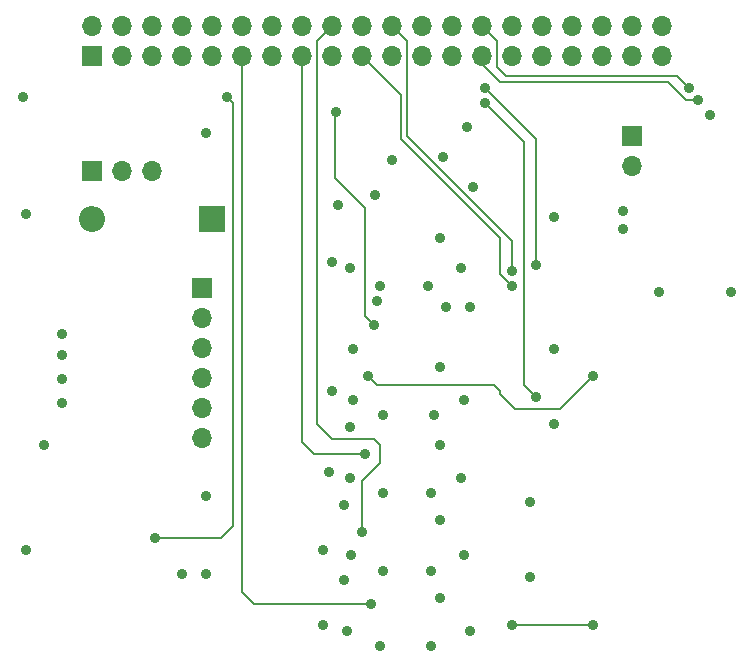
<source format=gbl>
G04 #@! TF.GenerationSoftware,KiCad,Pcbnew,(6.0.1)*
G04 #@! TF.CreationDate,2022-02-21T00:55:15+09:00*
G04 #@! TF.ProjectId,KiCAD_jtag,4b694341-445f-46a7-9461-672e6b696361,rev?*
G04 #@! TF.SameCoordinates,Original*
G04 #@! TF.FileFunction,Copper,L4,Bot*
G04 #@! TF.FilePolarity,Positive*
%FSLAX46Y46*%
G04 Gerber Fmt 4.6, Leading zero omitted, Abs format (unit mm)*
G04 Created by KiCad (PCBNEW (6.0.1)) date 2022-02-21 00:55:15*
%MOMM*%
%LPD*%
G01*
G04 APERTURE LIST*
G04 #@! TA.AperFunction,ComponentPad*
%ADD10R,1.700000X1.700000*%
G04 #@! TD*
G04 #@! TA.AperFunction,ComponentPad*
%ADD11O,1.700000X1.700000*%
G04 #@! TD*
G04 #@! TA.AperFunction,ComponentPad*
%ADD12R,2.200000X2.200000*%
G04 #@! TD*
G04 #@! TA.AperFunction,ComponentPad*
%ADD13O,2.200000X2.200000*%
G04 #@! TD*
G04 #@! TA.AperFunction,ViaPad*
%ADD14C,0.889000*%
G04 #@! TD*
G04 #@! TA.AperFunction,Conductor*
%ADD15C,0.203200*%
G04 #@! TD*
G04 APERTURE END LIST*
D10*
X217703800Y-118412600D03*
D11*
X217703800Y-120952600D03*
X217703800Y-123492600D03*
X217703800Y-126032600D03*
X217703800Y-128572600D03*
X217703800Y-131112600D03*
D10*
X208378800Y-108562600D03*
D11*
X210918800Y-108562600D03*
X213458800Y-108562600D03*
D12*
X218483800Y-112562600D03*
D13*
X208323800Y-112562600D03*
D10*
X254102000Y-105545000D03*
D11*
X254102000Y-108085000D03*
D10*
X208370000Y-98770000D03*
D11*
X208370000Y-96230000D03*
X210910000Y-98770000D03*
X210910000Y-96230000D03*
X213450000Y-98770000D03*
X213450000Y-96230000D03*
X215990000Y-98770000D03*
X215990000Y-96230000D03*
X218530000Y-98770000D03*
X218530000Y-96230000D03*
X221070000Y-98770000D03*
X221070000Y-96230000D03*
X223610000Y-98770000D03*
X223610000Y-96230000D03*
X226150000Y-98770000D03*
X226150000Y-96230000D03*
X228690000Y-98770000D03*
X228690000Y-96230000D03*
X231230000Y-98770000D03*
X231230000Y-96230000D03*
X233770000Y-98770000D03*
X233770000Y-96230000D03*
X236310000Y-98770000D03*
X236310000Y-96230000D03*
X238850000Y-98770000D03*
X238850000Y-96230000D03*
X241390000Y-98770000D03*
X241390000Y-96230000D03*
X243930000Y-98770000D03*
X243930000Y-96230000D03*
X246470000Y-98770000D03*
X246470000Y-96230000D03*
X249010000Y-98770000D03*
X249010000Y-96230000D03*
X251550000Y-98770000D03*
X251550000Y-96230000D03*
X254090000Y-98770000D03*
X254090000Y-96230000D03*
X256630000Y-98770000D03*
X256630000Y-96230000D03*
D14*
X237084000Y-142380000D03*
X237084000Y-135776000D03*
X245466000Y-142888000D03*
X247498000Y-112408000D03*
X247498000Y-123584000D03*
X247498000Y-129934000D03*
X238100000Y-107328000D03*
X253340000Y-111900000D03*
X202794000Y-140602000D03*
X237084000Y-148730000D03*
X245466000Y-136538000D03*
X237338000Y-129172000D03*
X236830000Y-118250000D03*
X260706000Y-103772000D03*
X202540000Y-102248000D03*
X229718000Y-143142000D03*
X230226000Y-130188000D03*
X205842000Y-128156000D03*
X262484000Y-118758000D03*
X239878000Y-127902000D03*
X239624000Y-116726000D03*
X218034000Y-136030000D03*
X232512000Y-119520000D03*
X205842000Y-126124000D03*
X240386000Y-120028000D03*
X229718000Y-136792000D03*
X240132000Y-104788000D03*
X229210000Y-111392000D03*
X205842000Y-124092000D03*
X256388000Y-118758000D03*
X230480000Y-123584000D03*
X237846000Y-138062000D03*
X232340000Y-110548000D03*
X253340000Y-113424000D03*
X205842000Y-122314000D03*
X204318000Y-131712000D03*
X233802000Y-107602000D03*
X239827000Y-141059000D03*
X240386000Y-147460000D03*
X237846000Y-125108000D03*
X230480000Y-127902000D03*
X230226000Y-116726000D03*
X230226000Y-134506000D03*
X202794000Y-112154000D03*
X218056000Y-142612000D03*
X237846000Y-131712000D03*
X229972000Y-147460000D03*
X237846000Y-144666000D03*
X230277000Y-141059000D03*
X240640000Y-109868000D03*
X218034000Y-105296000D03*
X237846000Y-114186000D03*
X239624000Y-134506000D03*
X259690000Y-102502000D03*
X258928000Y-101486000D03*
X231750000Y-125870000D03*
X250800000Y-125870000D03*
X232004000Y-145174000D03*
X219812000Y-102248000D03*
X213716000Y-139586000D03*
X231496000Y-132474000D03*
X231242000Y-139078000D03*
X243942000Y-116980000D03*
X243942000Y-118250000D03*
X241656000Y-102756000D03*
X245974000Y-127648000D03*
X245974000Y-116472000D03*
X241656000Y-101486000D03*
X232258000Y-121552000D03*
X229006800Y-103518000D03*
X243942000Y-146952000D03*
X250800000Y-146952000D03*
X228702000Y-127140000D03*
X228448000Y-133998000D03*
X232766000Y-148730000D03*
X227940000Y-146952000D03*
X238354000Y-120028000D03*
X215980000Y-142612000D03*
X233020000Y-142380000D03*
X227940000Y-140602000D03*
X232766000Y-118250000D03*
X233020000Y-129172000D03*
X233020000Y-135776000D03*
X228702000Y-116218000D03*
D15*
X242926000Y-100978000D02*
X257150000Y-100978000D01*
X241390000Y-99442000D02*
X242926000Y-100978000D01*
X241390000Y-98770000D02*
X241390000Y-99442000D01*
X257150000Y-100978000D02*
X258674000Y-102502000D01*
X258674000Y-102502000D02*
X259690000Y-102502000D01*
X241390000Y-96230000D02*
X242672000Y-97512000D01*
X257912000Y-100470000D02*
X258928000Y-101486000D01*
X243434000Y-100470000D02*
X257912000Y-100470000D01*
X242672000Y-97512000D02*
X242672000Y-99708000D01*
X242672000Y-99708000D02*
X243434000Y-100470000D01*
X250800000Y-125870000D02*
X248006000Y-128664000D01*
X242418000Y-126632000D02*
X232512000Y-126632000D01*
X242926000Y-127394000D02*
X242926000Y-127140000D01*
X248006000Y-128664000D02*
X244196000Y-128664000D01*
X244196000Y-128664000D02*
X242926000Y-127394000D01*
X232512000Y-126632000D02*
X231750000Y-125870000D01*
X242926000Y-127140000D02*
X242418000Y-126632000D01*
X221070000Y-98770000D02*
X221070000Y-144146000D01*
X222098000Y-145174000D02*
X232004000Y-145174000D01*
X221070000Y-144146000D02*
X222098000Y-145174000D01*
X219304000Y-139586000D02*
X220320000Y-138570000D01*
X220320000Y-102756000D02*
X219812000Y-102248000D01*
X220320000Y-138570000D02*
X220320000Y-102756000D01*
X213716000Y-139586000D02*
X219304000Y-139586000D01*
X227178000Y-132474000D02*
X231496000Y-132474000D01*
X226150000Y-131446000D02*
X227178000Y-132474000D01*
X226150000Y-98770000D02*
X226150000Y-131446000D01*
X231242000Y-134760000D02*
X231242000Y-139078000D01*
X227432000Y-97488000D02*
X227432000Y-129934000D01*
X228702000Y-131204000D02*
X232258000Y-131204000D01*
X232258000Y-131204000D02*
X232766000Y-131712000D01*
X227432000Y-129934000D02*
X228702000Y-131204000D01*
X232766000Y-133236000D02*
X231242000Y-134760000D01*
X228690000Y-96230000D02*
X227432000Y-97488000D01*
X232766000Y-131712000D02*
X232766000Y-133236000D01*
X233770000Y-96230000D02*
X235052000Y-97512000D01*
X243942000Y-114440000D02*
X243942000Y-116980000D01*
X235052000Y-105550000D02*
X243942000Y-114440000D01*
X235052000Y-97512000D02*
X235052000Y-105550000D01*
X234544000Y-102084000D02*
X234544000Y-105804000D01*
X242926000Y-114186000D02*
X242926000Y-117234000D01*
X242926000Y-117234000D02*
X243942000Y-118250000D01*
X234544000Y-105804000D02*
X242926000Y-114186000D01*
X231230000Y-98770000D02*
X234544000Y-102084000D01*
X241656000Y-102756000D02*
X244958000Y-106058000D01*
X244958000Y-126632000D02*
X245974000Y-127648000D01*
X244958000Y-106058000D02*
X244958000Y-126632000D01*
X241656000Y-101486000D02*
X245974000Y-105804000D01*
X245974000Y-105804000D02*
X245974000Y-116472000D01*
X231496000Y-111646000D02*
X228956000Y-109106000D01*
X232258000Y-121552000D02*
X231496000Y-120790000D01*
X228956000Y-109106000D02*
X228956000Y-103568800D01*
X231496000Y-120790000D02*
X231496000Y-111646000D01*
X228956000Y-103568800D02*
X229006800Y-103518000D01*
X243942000Y-146952000D02*
X250800000Y-146952000D01*
M02*

</source>
